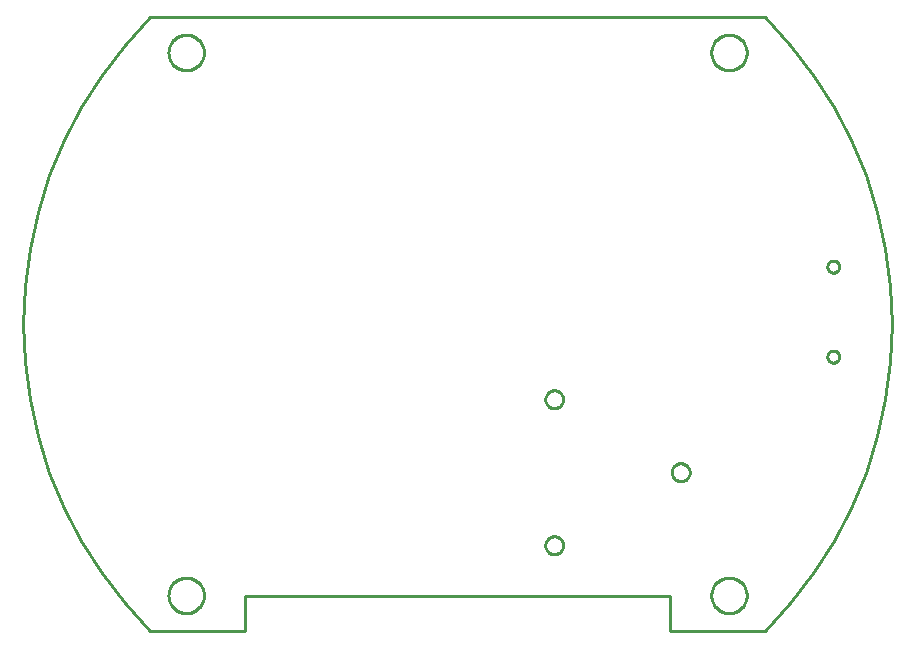
<source format=gbr>
G04 EAGLE Gerber RS-274X export*
G75*
%MOMM*%
%FSLAX34Y34*%
%LPD*%
%IN*%
%IPPOS*%
%AMOC8*
5,1,8,0,0,1.08239X$1,22.5*%
G01*
%ADD10C,0.254000*%


D10*
X260000Y0D02*
X340000Y0D01*
X340000Y30000D01*
X700000Y30000D01*
X700000Y0D01*
X780000Y0D01*
X801671Y23650D01*
X821199Y49099D01*
X838434Y76152D01*
X853245Y104605D01*
X865521Y134241D01*
X875167Y164833D01*
X882109Y196150D01*
X886296Y227953D01*
X887696Y260000D01*
X886296Y292047D01*
X882109Y323850D01*
X875167Y355167D01*
X865521Y385759D01*
X853245Y415395D01*
X838434Y443848D01*
X821199Y470902D01*
X801671Y496350D01*
X780000Y520000D01*
X260000Y520000D01*
X238329Y496350D01*
X218801Y470902D01*
X201566Y443848D01*
X186755Y415395D01*
X174479Y385759D01*
X164833Y355167D01*
X157891Y323850D01*
X153704Y292047D01*
X152304Y260000D01*
X153704Y227953D01*
X157891Y196150D01*
X164833Y164833D01*
X174479Y134241D01*
X186755Y104605D01*
X201566Y76152D01*
X218801Y49099D01*
X238329Y23650D01*
X260000Y0D01*
X764810Y489274D02*
X764810Y490346D01*
X764734Y491414D01*
X764581Y492475D01*
X764353Y493522D01*
X764051Y494550D01*
X763677Y495554D01*
X763232Y496529D01*
X762718Y497469D01*
X762139Y498370D01*
X761497Y499228D01*
X760795Y500038D01*
X760038Y500795D01*
X759228Y501497D01*
X758370Y502139D01*
X757469Y502718D01*
X756529Y503232D01*
X755554Y503677D01*
X754550Y504051D01*
X753522Y504353D01*
X752475Y504581D01*
X751414Y504734D01*
X750346Y504810D01*
X749274Y504810D01*
X748206Y504734D01*
X747145Y504581D01*
X746098Y504353D01*
X745070Y504051D01*
X744066Y503677D01*
X743091Y503232D01*
X742151Y502718D01*
X741250Y502139D01*
X740392Y501497D01*
X739582Y500795D01*
X738825Y500038D01*
X738123Y499228D01*
X737481Y498370D01*
X736902Y497469D01*
X736388Y496529D01*
X735943Y495554D01*
X735569Y494550D01*
X735267Y493522D01*
X735039Y492475D01*
X734886Y491414D01*
X734810Y490346D01*
X734810Y489274D01*
X734886Y488206D01*
X735039Y487145D01*
X735267Y486098D01*
X735569Y485070D01*
X735943Y484066D01*
X736388Y483091D01*
X736902Y482151D01*
X737481Y481250D01*
X738123Y480392D01*
X738825Y479582D01*
X739582Y478825D01*
X740392Y478123D01*
X741250Y477481D01*
X742151Y476902D01*
X743091Y476388D01*
X744066Y475943D01*
X745070Y475569D01*
X746098Y475267D01*
X747145Y475039D01*
X748206Y474886D01*
X749274Y474810D01*
X750346Y474810D01*
X751414Y474886D01*
X752475Y475039D01*
X753522Y475267D01*
X754550Y475569D01*
X755554Y475943D01*
X756529Y476388D01*
X757469Y476902D01*
X758370Y477481D01*
X759228Y478123D01*
X760038Y478825D01*
X760795Y479582D01*
X761497Y480392D01*
X762139Y481250D01*
X762718Y482151D01*
X763232Y483091D01*
X763677Y484066D01*
X764051Y485070D01*
X764353Y486098D01*
X764581Y487145D01*
X764734Y488206D01*
X764810Y489274D01*
X305190Y29654D02*
X305190Y30726D01*
X305114Y31794D01*
X304961Y32855D01*
X304733Y33902D01*
X304431Y34930D01*
X304057Y35934D01*
X303612Y36909D01*
X303098Y37849D01*
X302519Y38750D01*
X301877Y39608D01*
X301175Y40418D01*
X300418Y41175D01*
X299608Y41877D01*
X298750Y42519D01*
X297849Y43098D01*
X296909Y43612D01*
X295934Y44057D01*
X294930Y44431D01*
X293902Y44733D01*
X292855Y44961D01*
X291794Y45114D01*
X290726Y45190D01*
X289654Y45190D01*
X288586Y45114D01*
X287525Y44961D01*
X286478Y44733D01*
X285450Y44431D01*
X284446Y44057D01*
X283471Y43612D01*
X282531Y43098D01*
X281630Y42519D01*
X280772Y41877D01*
X279962Y41175D01*
X279205Y40418D01*
X278503Y39608D01*
X277861Y38750D01*
X277282Y37849D01*
X276768Y36909D01*
X276323Y35934D01*
X275949Y34930D01*
X275647Y33902D01*
X275419Y32855D01*
X275266Y31794D01*
X275190Y30726D01*
X275190Y29654D01*
X275266Y28586D01*
X275419Y27525D01*
X275647Y26478D01*
X275949Y25450D01*
X276323Y24446D01*
X276768Y23471D01*
X277282Y22531D01*
X277861Y21630D01*
X278503Y20772D01*
X279205Y19962D01*
X279962Y19205D01*
X280772Y18503D01*
X281630Y17861D01*
X282531Y17282D01*
X283471Y16768D01*
X284446Y16323D01*
X285450Y15949D01*
X286478Y15647D01*
X287525Y15419D01*
X288586Y15266D01*
X289654Y15190D01*
X290726Y15190D01*
X291794Y15266D01*
X292855Y15419D01*
X293902Y15647D01*
X294930Y15949D01*
X295934Y16323D01*
X296909Y16768D01*
X297849Y17282D01*
X298750Y17861D01*
X299608Y18503D01*
X300418Y19205D01*
X301175Y19962D01*
X301877Y20772D01*
X302519Y21630D01*
X303098Y22531D01*
X303612Y23471D01*
X304057Y24446D01*
X304431Y25450D01*
X304733Y26478D01*
X304961Y27525D01*
X305114Y28586D01*
X305190Y29654D01*
X305190Y489274D02*
X305190Y490346D01*
X305114Y491414D01*
X304961Y492475D01*
X304733Y493522D01*
X304431Y494550D01*
X304057Y495554D01*
X303612Y496529D01*
X303098Y497469D01*
X302519Y498370D01*
X301877Y499228D01*
X301175Y500038D01*
X300418Y500795D01*
X299608Y501497D01*
X298750Y502139D01*
X297849Y502718D01*
X296909Y503232D01*
X295934Y503677D01*
X294930Y504051D01*
X293902Y504353D01*
X292855Y504581D01*
X291794Y504734D01*
X290726Y504810D01*
X289654Y504810D01*
X288586Y504734D01*
X287525Y504581D01*
X286478Y504353D01*
X285450Y504051D01*
X284446Y503677D01*
X283471Y503232D01*
X282531Y502718D01*
X281630Y502139D01*
X280772Y501497D01*
X279962Y500795D01*
X279205Y500038D01*
X278503Y499228D01*
X277861Y498370D01*
X277282Y497469D01*
X276768Y496529D01*
X276323Y495554D01*
X275949Y494550D01*
X275647Y493522D01*
X275419Y492475D01*
X275266Y491414D01*
X275190Y490346D01*
X275190Y489274D01*
X275266Y488206D01*
X275419Y487145D01*
X275647Y486098D01*
X275949Y485070D01*
X276323Y484066D01*
X276768Y483091D01*
X277282Y482151D01*
X277861Y481250D01*
X278503Y480392D01*
X279205Y479582D01*
X279962Y478825D01*
X280772Y478123D01*
X281630Y477481D01*
X282531Y476902D01*
X283471Y476388D01*
X284446Y475943D01*
X285450Y475569D01*
X286478Y475267D01*
X287525Y475039D01*
X288586Y474886D01*
X289654Y474810D01*
X290726Y474810D01*
X291794Y474886D01*
X292855Y475039D01*
X293902Y475267D01*
X294930Y475569D01*
X295934Y475943D01*
X296909Y476388D01*
X297849Y476902D01*
X298750Y477481D01*
X299608Y478123D01*
X300418Y478825D01*
X301175Y479582D01*
X301877Y480392D01*
X302519Y481250D01*
X303098Y482151D01*
X303612Y483091D01*
X304057Y484066D01*
X304431Y485070D01*
X304733Y486098D01*
X304961Y487145D01*
X305114Y488206D01*
X305190Y489274D01*
X764810Y29654D02*
X764810Y30726D01*
X764734Y31794D01*
X764581Y32855D01*
X764353Y33902D01*
X764051Y34930D01*
X763677Y35934D01*
X763232Y36909D01*
X762718Y37849D01*
X762139Y38750D01*
X761497Y39608D01*
X760795Y40418D01*
X760038Y41175D01*
X759228Y41877D01*
X758370Y42519D01*
X757469Y43098D01*
X756529Y43612D01*
X755554Y44057D01*
X754550Y44431D01*
X753522Y44733D01*
X752475Y44961D01*
X751414Y45114D01*
X750346Y45190D01*
X749274Y45190D01*
X748206Y45114D01*
X747145Y44961D01*
X746098Y44733D01*
X745070Y44431D01*
X744066Y44057D01*
X743091Y43612D01*
X742151Y43098D01*
X741250Y42519D01*
X740392Y41877D01*
X739582Y41175D01*
X738825Y40418D01*
X738123Y39608D01*
X737481Y38750D01*
X736902Y37849D01*
X736388Y36909D01*
X735943Y35934D01*
X735569Y34930D01*
X735267Y33902D01*
X735039Y32855D01*
X734886Y31794D01*
X734810Y30726D01*
X734810Y29654D01*
X734886Y28586D01*
X735039Y27525D01*
X735267Y26478D01*
X735569Y25450D01*
X735943Y24446D01*
X736388Y23471D01*
X736902Y22531D01*
X737481Y21630D01*
X738123Y20772D01*
X738825Y19962D01*
X739582Y19205D01*
X740392Y18503D01*
X741250Y17861D01*
X742151Y17282D01*
X743091Y16768D01*
X744066Y16323D01*
X745070Y15949D01*
X746098Y15647D01*
X747145Y15419D01*
X748206Y15266D01*
X749274Y15190D01*
X750346Y15190D01*
X751414Y15266D01*
X752475Y15419D01*
X753522Y15647D01*
X754550Y15949D01*
X755554Y16323D01*
X756529Y16768D01*
X757469Y17282D01*
X758370Y17861D01*
X759228Y18503D01*
X760038Y19205D01*
X760795Y19962D01*
X761497Y20772D01*
X762139Y21630D01*
X762718Y22531D01*
X763232Y23471D01*
X763677Y24446D01*
X764051Y25450D01*
X764353Y26478D01*
X764581Y27525D01*
X764734Y28586D01*
X764810Y29654D01*
X709241Y141986D02*
X709984Y141913D01*
X710717Y141767D01*
X711431Y141550D01*
X712121Y141265D01*
X712780Y140913D01*
X713400Y140498D01*
X713978Y140024D01*
X714506Y139496D01*
X714979Y138919D01*
X715394Y138298D01*
X715746Y137639D01*
X716032Y136949D01*
X716249Y136235D01*
X716394Y135503D01*
X716468Y134759D01*
X716468Y134013D01*
X716394Y133270D01*
X716249Y132537D01*
X716032Y131823D01*
X715746Y131133D01*
X715394Y130474D01*
X714979Y129853D01*
X714506Y129276D01*
X713978Y128748D01*
X713400Y128274D01*
X712780Y127859D01*
X712121Y127507D01*
X711431Y127222D01*
X710717Y127005D01*
X709984Y126859D01*
X709241Y126786D01*
X708494Y126786D01*
X707751Y126859D01*
X707019Y127005D01*
X706304Y127222D01*
X705614Y127507D01*
X704956Y127859D01*
X704335Y128274D01*
X703758Y128748D01*
X703230Y129276D01*
X702756Y129853D01*
X702341Y130474D01*
X701989Y131133D01*
X701703Y131823D01*
X701487Y132537D01*
X701341Y133270D01*
X701268Y134013D01*
X701268Y134759D01*
X701341Y135503D01*
X701487Y136235D01*
X701703Y136949D01*
X701989Y137639D01*
X702341Y138298D01*
X702756Y138919D01*
X703230Y139496D01*
X703758Y140024D01*
X704335Y140498D01*
X704956Y140913D01*
X705614Y141265D01*
X706304Y141550D01*
X707019Y141767D01*
X707751Y141913D01*
X708494Y141986D01*
X709241Y141986D01*
X602216Y203777D02*
X602959Y203704D01*
X603692Y203558D01*
X604406Y203341D01*
X605096Y203056D01*
X605755Y202704D01*
X606375Y202289D01*
X606953Y201815D01*
X607481Y201287D01*
X607954Y200710D01*
X608369Y200089D01*
X608721Y199430D01*
X609007Y198740D01*
X609224Y198026D01*
X609369Y197293D01*
X609443Y196550D01*
X609443Y195804D01*
X609369Y195060D01*
X609224Y194328D01*
X609007Y193614D01*
X608721Y192924D01*
X608369Y192265D01*
X607954Y191644D01*
X607481Y191067D01*
X606953Y190539D01*
X606375Y190065D01*
X605755Y189650D01*
X605096Y189298D01*
X604406Y189013D01*
X603692Y188796D01*
X602959Y188650D01*
X602216Y188577D01*
X601469Y188577D01*
X600726Y188650D01*
X599994Y188796D01*
X599279Y189013D01*
X598589Y189298D01*
X597931Y189650D01*
X597310Y190065D01*
X596733Y190539D01*
X596205Y191067D01*
X595731Y191644D01*
X595316Y192265D01*
X594964Y192924D01*
X594678Y193614D01*
X594462Y194328D01*
X594316Y195060D01*
X594243Y195804D01*
X594243Y196550D01*
X594316Y197293D01*
X594462Y198026D01*
X594678Y198740D01*
X594964Y199430D01*
X595316Y200089D01*
X595731Y200710D01*
X596205Y201287D01*
X596733Y201815D01*
X597310Y202289D01*
X597931Y202704D01*
X598589Y203056D01*
X599279Y203341D01*
X599994Y203558D01*
X600726Y203704D01*
X601469Y203777D01*
X602216Y203777D01*
X602216Y80195D02*
X602959Y80122D01*
X603692Y79976D01*
X604406Y79760D01*
X605096Y79474D01*
X605755Y79122D01*
X606375Y78707D01*
X606953Y78233D01*
X607481Y77705D01*
X607954Y77128D01*
X608369Y76507D01*
X608721Y75848D01*
X609007Y75159D01*
X609224Y74444D01*
X609369Y73712D01*
X609443Y72969D01*
X609443Y72222D01*
X609369Y71479D01*
X609224Y70746D01*
X609007Y70032D01*
X608721Y69342D01*
X608369Y68683D01*
X607954Y68062D01*
X607481Y67485D01*
X606953Y66957D01*
X606375Y66483D01*
X605755Y66069D01*
X605096Y65717D01*
X604406Y65431D01*
X603692Y65214D01*
X602959Y65068D01*
X602216Y64995D01*
X601469Y64995D01*
X600726Y65068D01*
X599994Y65214D01*
X599279Y65431D01*
X598589Y65717D01*
X597931Y66069D01*
X597310Y66483D01*
X596733Y66957D01*
X596205Y67485D01*
X595731Y68062D01*
X595316Y68683D01*
X594964Y69342D01*
X594678Y70032D01*
X594462Y70746D01*
X594316Y71479D01*
X594243Y72222D01*
X594243Y72969D01*
X594316Y73712D01*
X594462Y74444D01*
X594678Y75159D01*
X594964Y75848D01*
X595316Y76507D01*
X595731Y77128D01*
X596205Y77705D01*
X596733Y78233D01*
X597310Y78707D01*
X597931Y79122D01*
X598589Y79474D01*
X599279Y79760D01*
X599994Y79976D01*
X600726Y80122D01*
X601469Y80195D01*
X602216Y80195D01*
X837914Y237510D02*
X837344Y237446D01*
X836786Y237318D01*
X836245Y237129D01*
X835729Y236881D01*
X835244Y236576D01*
X834796Y236219D01*
X834391Y235814D01*
X834034Y235366D01*
X833729Y234881D01*
X833481Y234365D01*
X833292Y233824D01*
X833164Y233266D01*
X833100Y232696D01*
X833100Y232124D01*
X833164Y231554D01*
X833292Y230996D01*
X833481Y230455D01*
X833729Y229939D01*
X834034Y229454D01*
X834391Y229006D01*
X834796Y228601D01*
X835244Y228244D01*
X835729Y227939D01*
X836245Y227691D01*
X836786Y227502D01*
X837344Y227374D01*
X837914Y227310D01*
X838486Y227310D01*
X839056Y227374D01*
X839614Y227502D01*
X840155Y227691D01*
X840671Y227939D01*
X841156Y228244D01*
X841604Y228601D01*
X842009Y229006D01*
X842366Y229454D01*
X842671Y229939D01*
X842919Y230455D01*
X843108Y230996D01*
X843236Y231554D01*
X843300Y232124D01*
X843300Y232696D01*
X843236Y233266D01*
X843108Y233824D01*
X842919Y234365D01*
X842671Y234881D01*
X842366Y235366D01*
X842009Y235814D01*
X841604Y236219D01*
X841156Y236576D01*
X840671Y236881D01*
X840155Y237129D01*
X839614Y237318D01*
X839056Y237446D01*
X838486Y237510D01*
X837914Y237510D01*
X837914Y313710D02*
X837344Y313646D01*
X836786Y313518D01*
X836245Y313329D01*
X835729Y313081D01*
X835244Y312776D01*
X834796Y312419D01*
X834391Y312014D01*
X834034Y311566D01*
X833729Y311081D01*
X833481Y310565D01*
X833292Y310024D01*
X833164Y309466D01*
X833100Y308896D01*
X833100Y308324D01*
X833164Y307754D01*
X833292Y307196D01*
X833481Y306655D01*
X833729Y306139D01*
X834034Y305654D01*
X834391Y305206D01*
X834796Y304801D01*
X835244Y304444D01*
X835729Y304139D01*
X836245Y303891D01*
X836786Y303702D01*
X837344Y303574D01*
X837914Y303510D01*
X838486Y303510D01*
X839056Y303574D01*
X839614Y303702D01*
X840155Y303891D01*
X840671Y304139D01*
X841156Y304444D01*
X841604Y304801D01*
X842009Y305206D01*
X842366Y305654D01*
X842671Y306139D01*
X842919Y306655D01*
X843108Y307196D01*
X843236Y307754D01*
X843300Y308324D01*
X843300Y308896D01*
X843236Y309466D01*
X843108Y310024D01*
X842919Y310565D01*
X842671Y311081D01*
X842366Y311566D01*
X842009Y312014D01*
X841604Y312419D01*
X841156Y312776D01*
X840671Y313081D01*
X840155Y313329D01*
X839614Y313518D01*
X839056Y313646D01*
X838486Y313710D01*
X837914Y313710D01*
M02*

</source>
